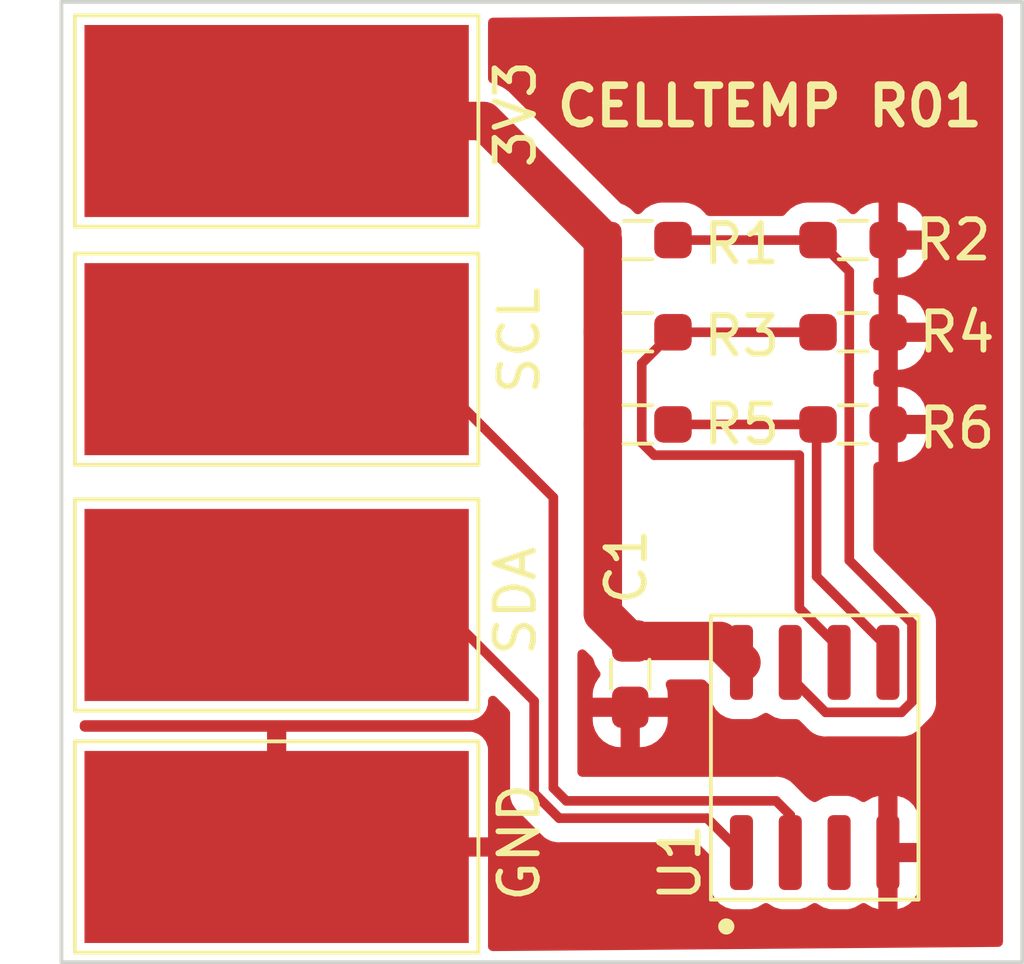
<source format=kicad_pcb>
(kicad_pcb (version 20221018) (generator pcbnew)
  (layers (0 "F.Cu" signal) (31 "B.Cu" signal) (34 "B.Paste" user) (35 "F.Paste" user) (36 "B.SilkS" user "B.Silkscreen") (37 "F.SilkS" user "F.Silkscreen") (38 "B.Mask" user) (39 "F.Mask" user) (44 "Edge.Cuts" user))
  (net 0 "")
  (net 1 "/3V3")
  (net 2 "GND")
  (net 3 "/SCL")
  (net 4 "/SDA")
  (net 5 "Net-(U1-A2)")
  (net 6 "Net-(U1-A1)")
  (net 7 "Net-(U1-A0)")
  (footprint "benediktibk:SolderWirePad_1x01_SMD_5x10mm" (layer "F.Cu") (at 30.6 28.1 -90)
    (fp_text reference "J1" hide)
    (fp_text value "3V3")
    (fp_text user "${VALUE}" (at 1.3 -6.8 90 unlocked) (layer "F.SilkS") (effects (justify left bottom)))
    (fp_line (start -2.75 -5.25) (end -2.75 5.25) (stroke (width 0.1)) (layer "F.SilkS"))
    (fp_line (start 2.75 -5.25) (end -2.75 -5.25) (stroke (width 0.1)) (layer "F.SilkS"))
    (fp_line (start 2.75 -5.25) (end 2.75 5.25) (stroke (width 0.1)) (layer "F.SilkS"))
    (fp_line (start 2.75 5.25) (end -2.75 5.25) (stroke (width 0.1)) (layer "F.SilkS"))
    (pad "1" smd rect (at 0 0 270) (size 5 10) (layers "F.Cu" "F.Paste" "F.Mask") (net 1 "/3V3"))
  )
  (footprint "benediktibk:R_0603_1608Metric_Pad0.98x0.95mm_HandSolder" (layer "F.Cu") (at 40 36)
    (fp_text reference "R5" (at 2.7 0) (layer "F.SilkS"))
    (fp_text value "100kOhm" hide)
    (fp_line (start -0.375 -0.5) (end 0.375 -0.5) (stroke (width 0.1)) (layer "F.SilkS"))
    (fp_line (start -0.375 0.5) (end 0.375 0.5) (stroke (width 0.1)) (layer "F.SilkS"))
    (pad "1" smd roundrect (at -0.9125 0) (size 0.975 0.95) (layers "F.Cu" "F.Paste" "F.Mask") (net 1 "/3V3"))
    (pad "2" smd roundrect (at 0.9125 0) (size 0.975 0.95) (layers "F.Cu" "F.Paste" "F.Mask") (net 5 "Net-(U1-A2)"))
  )
  (footprint "benediktibk:SolderWirePad_1x01_SMD_5x10mm" (layer "F.Cu") (at 30.6 40.7 -90)
    (fp_text reference "J3" hide)
    (fp_text value "SDA")
    (fp_text user "${VALUE}" (at 1.4 -6.8 90 unlocked) (layer "F.SilkS") (effects (justify left bottom)))
    (fp_line (start -2.75 -5.25) (end -2.75 5.25) (stroke (width 0.1)) (layer "F.SilkS"))
    (fp_line (start 2.75 -5.25) (end -2.75 -5.25) (stroke (width 0.1)) (layer "F.SilkS"))
    (fp_line (start 2.75 -5.25) (end 2.75 5.25) (stroke (width 0.1)) (layer "F.SilkS"))
    (fp_line (start 2.75 5.25) (end -2.75 5.25) (stroke (width 0.1)) (layer "F.SilkS"))
    (pad "1" smd rect (at 0 0 270) (size 5 10) (layers "F.Cu" "F.Paste" "F.Mask") (net 4 "/SDA"))
  )
  (footprint "benediktibk:SolderWirePad_1x01_SMD_5x10mm" (layer "F.Cu") (at 30.6 47 -90)
    (fp_text reference "J4" hide)
    (fp_text value "GND")
    (fp_text user "${VALUE}" (at 1.5 -6.9 90 unlocked) (layer "F.SilkS") (effects (justify left bottom)))
    (fp_line (start -2.75 -5.25) (end -2.75 5.25) (stroke (width 0.1)) (layer "F.SilkS"))
    (fp_line (start 2.75 -5.25) (end -2.75 -5.25) (stroke (width 0.1)) (layer "F.SilkS"))
    (fp_line (start 2.75 -5.25) (end 2.75 5.25) (stroke (width 0.1)) (layer "F.SilkS"))
    (fp_line (start 2.75 5.25) (end -2.75 5.25) (stroke (width 0.1)) (layer "F.SilkS"))
    (pad "1" smd rect (at 0 0 270) (size 5 10) (layers "F.Cu" "F.Paste" "F.Mask") (net 2 "GND"))
  )
  (footprint "benediktibk:R_0603_1608Metric_Pad0.98x0.95mm_HandSolder" (layer "F.Cu") (at 40 31.2)
    (fp_text reference "R1" (at 2.7 0.1) (layer "F.SilkS"))
    (fp_text value "100kOhm" hide)
    (fp_line (start -0.375 -0.5) (end 0.375 -0.5) (stroke (width 0.1)) (layer "F.SilkS"))
    (fp_line (start -0.375 0.5) (end 0.375 0.5) (stroke (width 0.1)) (layer "F.SilkS"))
    (pad "1" smd roundrect (at -0.9125 0) (size 0.975 0.95) (layers "F.Cu" "F.Paste" "F.Mask") (net 1 "/3V3"))
    (pad "2" smd roundrect (at 0.9125 0) (size 0.975 0.95) (layers "F.Cu" "F.Paste" "F.Mask") (net 7 "Net-(U1-A0)"))
  )
  (footprint "benediktibk:R_0603_1608Metric_Pad0.98x0.95mm_HandSolder" (layer "F.Cu") (at 45.6 31.2)
    (fp_text reference "R2" (at 2.6 0) (layer "F.SilkS"))
    (fp_text value "100kOhm" hide)
    (fp_line (start -0.375 -0.5) (end 0.375 -0.5) (stroke (width 0.1)) (layer "F.SilkS"))
    (fp_line (start -0.375 0.5) (end 0.375 0.5) (stroke (width 0.1)) (layer "F.SilkS"))
    (pad "1" smd roundrect (at -0.9125 0) (size 0.975 0.95) (layers "F.Cu" "F.Paste" "F.Mask") (net 7 "Net-(U1-A0)"))
    (pad "2" smd roundrect (at 0.9125 0) (size 0.975 0.95) (layers "F.Cu" "F.Paste" "F.Mask") (net 2 "GND"))
  )
  (footprint "benediktibk:R_0603_1608Metric_Pad0.98x0.95mm_HandSolder" (layer "F.Cu") (at 45.6 36)
    (fp_text reference "R6" (at 2.7 0.1) (layer "F.SilkS"))
    (fp_text value "100kOhm" hide)
    (fp_line (start -0.375 -0.5) (end 0.375 -0.5) (stroke (width 0.1)) (layer "F.SilkS"))
    (fp_line (start -0.375 0.5) (end 0.375 0.5) (stroke (width 0.1)) (layer "F.SilkS"))
    (pad "1" smd roundrect (at -0.9125 0) (size 0.975 0.95) (layers "F.Cu" "F.Paste" "F.Mask") (net 5 "Net-(U1-A2)"))
    (pad "2" smd roundrect (at 0.9125 0) (size 0.975 0.95) (layers "F.Cu" "F.Paste" "F.Mask") (net 2 "GND"))
  )
  (footprint "benediktibk:R_0603_1608Metric_Pad0.98x0.95mm_HandSolder" (layer "F.Cu") (at 45.6 33.6)
    (fp_text reference "R4" (at 2.7 0) (layer "F.SilkS"))
    (fp_text value "100kOhm" hide)
    (fp_line (start -0.375 -0.5) (end 0.375 -0.5) (stroke (width 0.1)) (layer "F.SilkS"))
    (fp_line (start -0.375 0.5) (end 0.375 0.5) (stroke (width 0.1)) (layer "F.SilkS"))
    (pad "1" smd roundrect (at -0.9125 0) (size 0.975 0.95) (layers "F.Cu" "F.Paste" "F.Mask") (net 6 "Net-(U1-A1)"))
    (pad "2" smd roundrect (at 0.9125 0) (size 0.975 0.95) (layers "F.Cu" "F.Paste" "F.Mask") (net 2 "GND"))
  )
  (footprint "benediktibk:C_0603_1608Metric_Pad1.08x0.95mm_HandSolder" (layer "F.Cu") (at 39.8 42.5 -90)
    (fp_text reference "C1" (at -2.8 0.1 90) (layer "F.SilkS"))
    (fp_text value "100nF")
    (fp_line (start -0.375 -0.5) (end 0.375 -0.5) (stroke (width 0.1)) (layer "F.SilkS"))
    (fp_line (start -0.375 0.5) (end 0.375 0.5) (stroke (width 0.1)) (layer "F.SilkS"))
    (pad "1" smd roundrect (at -0.8625 0 270) (size 1.075 0.95) (layers "F.Cu" "F.Paste" "F.Mask") (net 1 "/3V3"))
    (pad "2" smd roundrect (at 0.8625 0 270) (size 1.075 0.95) (layers "F.Cu" "F.Paste" "F.Mask") (net 2 "GND"))
  )
  (footprint "benediktibk:SolderWirePad_1x01_SMD_5x10mm" (layer "F.Cu") (at 30.6 34.3 -90)
    (fp_text reference "J2" hide)
    (fp_text value "SCL")
    (fp_text user "${VALUE}" (at 1 -6.9 90 unlocked) (layer "F.SilkS") (effects (justify left bottom)))
    (fp_line (start -2.75 -5.25) (end -2.75 5.25) (stroke (width 0.1)) (layer "F.SilkS"))
    (fp_line (start 2.75 -5.25) (end -2.75 -5.25) (stroke (width 0.1)) (layer "F.SilkS"))
    (fp_line (start 2.75 -5.25) (end 2.75 5.25) (stroke (width 0.1)) (layer "F.SilkS"))
    (fp_line (start 2.75 5.25) (end -2.75 5.25) (stroke (width 0.1)) (layer "F.SilkS"))
    (pad "1" smd rect (at 0 0 270) (size 5 10) (layers "F.Cu" "F.Paste" "F.Mask") (net 3 "/SCL"))
  )
  (footprint "benediktibk:R_0603_1608Metric_Pad0.98x0.95mm_HandSolder" (layer "F.Cu") (at 40 33.6)
    (fp_text reference "R3" (at 2.7 0.1) (layer "F.SilkS"))
    (fp_text value "100kOhm" hide)
    (fp_line (start -0.375 -0.5) (end 0.375 -0.5) (stroke (width 0.1)) (layer "F.SilkS"))
    (fp_line (start -0.375 0.5) (end 0.375 0.5) (stroke (width 0.1)) (layer "F.SilkS"))
    (pad "1" smd roundrect (at -0.9125 0) (size 0.975 0.95) (layers "F.Cu" "F.Paste" "F.Mask") (net 1 "/3V3"))
    (pad "2" smd roundrect (at 0.9125 0) (size 0.975 0.95) (layers "F.Cu" "F.Paste" "F.Mask") (net 6 "Net-(U1-A1)"))
  )
  (footprint "benediktibk:SOIC-8_3.9x4.9mm_P1.27mm" (layer "F.Cu") (at 44.6 44.67 90)
    (fp_text reference "U1" (at -2.73 -3.5 90) (layer "F.SilkS"))
    (fp_text value "NCT75DR2G")
    (fp_line (start -3.7 -2.7) (end -3.7 2.7) (stroke (width 0.1)) (layer "F.SilkS"))
    (fp_line (start -3.7 2.7) (end 3.7 2.7) (stroke (width 0.1)) (layer "F.SilkS"))
    (fp_line (start 3.7 -2.7) (end -3.7 -2.7) (stroke (width 0.1)) (layer "F.SilkS"))
    (fp_line (start 3.7 2.7) (end 3.7 -2.7) (stroke (width 0.1)) (layer "F.SilkS"))
    (fp_circle (center -4.4 -2.3) (end -4.25 -2.3) (stroke (width 0.12)) (fill solid) (layer "F.SilkS"))
    (pad "1" smd roundrect (at -2.475 -1.905 90) (size 1.95 0.6) (layers "F.Cu" "F.Paste" "F.Mask") (net 4 "/SDA"))
    (pad "2" smd roundrect (at -2.475 -0.635 90) (size 1.95 0.6) (layers "F.Cu" "F.Paste" "F.Mask") (net 3 "/SCL"))
    (pad "3" smd roundrect (at -2.475 0.635 90) (size 1.95 0.6) (layers "F.Cu" "F.Paste" "F.Mask"))
    (pad "4" smd roundrect (at -2.475 1.905 90) (size 1.95 0.6) (layers "F.Cu" "F.Paste" "F.Mask") (net 2 "GND"))
    (pad "5" smd roundrect (at 2.475 1.905 90) (size 1.95 0.6) (layers "F.Cu" "F.Paste" "F.Mask") (net 5 "Net-(U1-A2)"))
    (pad "6" smd roundrect (at 2.475 0.635 90) (size 1.95 0.6) (layers "F.Cu" "F.Paste" "F.Mask") (net 6 "Net-(U1-A1)"))
    (pad "7" smd roundrect (at 2.475 -0.635 90) (size 1.95 0.6) (layers "F.Cu" "F.Paste" "F.Mask") (net 7 "Net-(U1-A0)"))
    (pad "8" smd roundrect (at 2.475 -1.905 90) (size 1.95 0.6) (layers "F.Cu" "F.Paste" "F.Mask") (net 1 "/3V3"))
  )
  (gr_rect (start 25 25) (end 50 50) (stroke (width 0.1)) (fill none) (layer "Edge.Cuts"))
  (gr_text "CELLTEMP R01" (at 37.8 28.3) (layer "F.SilkS") (effects (font (size 1 1) (thickness 0.2) bold) (justify left bottom)))
  (segment (start 39.8 41.6375) (end 42.1375 41.6375) (width 1) (layer "F.Cu") (net 1))
  (segment (start 39.0875 40.925) (end 39.8 41.6375) (width 1) (layer "F.Cu") (net 1))
  (segment (start 39.0875 31.2) (end 35.9875 28.1) (width 1) (layer "F.Cu") (net 1))
  (segment (start 42.1375 41.6375) (end 42.695 42.195) (width 1) (layer "F.Cu") (net 1))
  (segment (start 39.0875 33.6) (end 39.0875 36) (width 1) (layer "F.Cu") (net 1))
  (segment (start 39.0875 31.2) (end 39.0875 33.6) (width 1) (layer "F.Cu") (net 1))
  (segment (start 39.0875 36) (end 39.0875 40.925) (width 1) (layer "F.Cu") (net 1))
  (segment (start 35.9875 28.1) (end 30.6 28.1) (width 1) (layer "F.Cu") (net 1))
  (segment (start 43.965 47.145) (end 43.965 46.170001) (width 0.25) (layer "F.Cu") (net 3))
  (segment (start 43.965 46.170001) (end 43.594999 45.8) (width 0.25) (layer "F.Cu") (net 3))
  (segment (start 38.136396 45.8) (end 37.8 45.463604) (width 0.25) (layer "F.Cu") (net 3))
  (segment (start 43.594999 45.8) (end 38.136396 45.8) (width 0.25) (layer "F.Cu") (net 3))
  (segment (start 37.8 37.9) (end 34.2 34.3) (width 0.25) (layer "F.Cu") (net 3))
  (segment (start 37.8 45.463604) (end 37.8 37.9) (width 0.25) (layer "F.Cu") (net 3))
  (segment (start 34.2 34.3) (end 30.6 34.3) (width 0.25) (layer "F.Cu") (net 3))
  (segment (start 37.3 45.6) (end 37.3 43.2) (width 0.25) (layer "F.Cu") (net 4))
  (segment (start 34.8 40.7) (end 30.6 40.7) (width 0.25) (layer "F.Cu") (net 4))
  (segment (start 37.3 43.2) (end 34.8 40.7) (width 0.25) (layer "F.Cu") (net 4))
  (segment (start 42.695 47.145) (end 41.8 46.25) (width 0.25) (layer "F.Cu") (net 4))
  (segment (start 37.95 46.25) (end 37.3 45.6) (width 0.25) (layer "F.Cu") (net 4))
  (segment (start 41.8 46.25) (end 37.95 46.25) (width 0.25) (layer "F.Cu") (net 4))
  (segment (start 46.505 41.814092) (end 46.505 42.195) (width 0.25) (layer "F.Cu") (net 5))
  (segment (start 44.6875 36) (end 44.65 36.0375) (width 0.25) (layer "F.Cu") (net 5))
  (segment (start 40.9125 36) (end 44.6875 36) (width 0.25) (layer "F.Cu") (net 5))
  (segment (start 44.65 36.0375) (end 44.65 39.959092) (width 0.25) (layer "F.Cu") (net 5))
  (segment (start 44.65 39.959092) (end 46.505 41.814092) (width 0.25) (layer "F.Cu") (net 5))
  (segment (start 40.422924 36.8) (end 44.2 36.8) (width 0.25) (layer "F.Cu") (net 6))
  (segment (start 40.9125 33.6) (end 40.1 34.4125) (width 0.25) (layer "F.Cu") (net 6))
  (segment (start 40.1 36.477076) (end 40.422924 36.8) (width 0.25) (layer "F.Cu") (net 6))
  (segment (start 40.9125 33.6) (end 44.6875 33.6) (width 0.25) (layer "F.Cu") (net 6))
  (segment (start 45.235 41.814092) (end 45.235 42.195) (width 0.25) (layer "F.Cu") (net 6))
  (segment (start 40.1 34.4125) (end 40.1 36.477076) (width 0.25) (layer "F.Cu") (net 6))
  (segment (start 44.2 36.8) (end 44.2 40.779092) (width 0.25) (layer "F.Cu") (net 6))
  (segment (start 44.2 40.779092) (end 45.235 41.814092) (width 0.25) (layer "F.Cu") (net 6))
  (segment (start 40.9125 31.2) (end 44.6875 31.2) (width 0.25) (layer "F.Cu") (net 7))
  (segment (start 43.965 42.575908) (end 43.965 42.195) (width 0.25) (layer "F.Cu") (net 7))
  (segment (start 44.884092 43.495) (end 43.965 42.575908) (width 0.25) (layer "F.Cu") (net 7))
  (segment (start 46.855908 43.495) (end 44.884092 43.495) (width 0.25) (layer "F.Cu") (net 7))
  (segment (start 44.6875 31.2) (end 45.5 32.0125) (width 0.25) (layer "F.Cu") (net 7))
  (segment (start 45.5 39.539092) (end 47.13 41.169092) (width 0.25) (layer "F.Cu") (net 7))
  (segment (start 45.5 32.0125) (end 45.5 39.539092) (width 0.25) (layer "F.Cu") (net 7))
  (segment (start 47.13 43.220908) (end 46.855908 43.495) (width 0.25) (layer "F.Cu") (net 7))
  (segment (start 47.13 41.169092) (end 47.13 43.220908) (width 0.25) (layer "F.Cu") (net 7))
  (zone (net 2) (net_name "GND") (layer "F.Cu") (connect_pads (clearance 0.5)) (min_thickness 0.25) (fill yes (thermal_gap 0.5) (thermal_bridge_width 0.5))
    (polygon (pts (xy 25.4 25.5) (xy 49.5 25.3) (xy 49.5 49.6) (xy 25.5 49.8)))
  )
)
</source>
